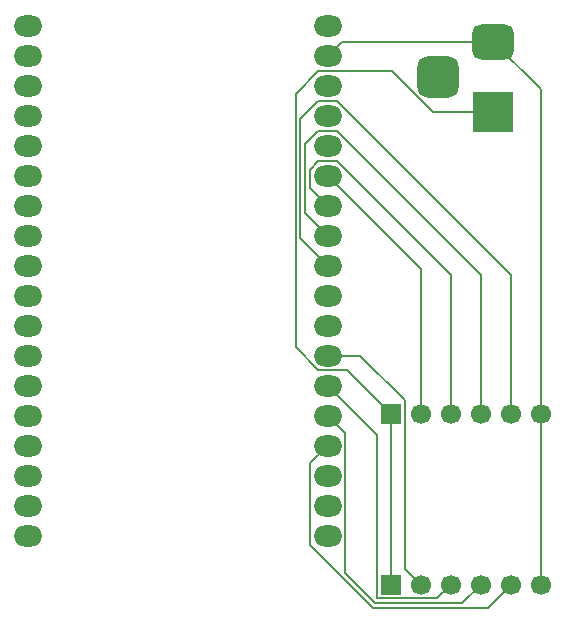
<source format=gbr>
%TF.GenerationSoftware,KiCad,Pcbnew,9.0.2*%
%TF.CreationDate,2025-06-04T23:15:31+05:30*%
%TF.ProjectId,andytrackerPCB,616e6479-7472-4616-936b-65725043422e,rev?*%
%TF.SameCoordinates,Original*%
%TF.FileFunction,Copper,L1,Top*%
%TF.FilePolarity,Positive*%
%FSLAX46Y46*%
G04 Gerber Fmt 4.6, Leading zero omitted, Abs format (unit mm)*
G04 Created by KiCad (PCBNEW 9.0.2) date 2025-06-04 23:15:31*
%MOMM*%
%LPD*%
G01*
G04 APERTURE LIST*
G04 Aperture macros list*
%AMRoundRect*
0 Rectangle with rounded corners*
0 $1 Rounding radius*
0 $2 $3 $4 $5 $6 $7 $8 $9 X,Y pos of 4 corners*
0 Add a 4 corners polygon primitive as box body*
4,1,4,$2,$3,$4,$5,$6,$7,$8,$9,$2,$3,0*
0 Add four circle primitives for the rounded corners*
1,1,$1+$1,$2,$3*
1,1,$1+$1,$4,$5*
1,1,$1+$1,$6,$7*
1,1,$1+$1,$8,$9*
0 Add four rect primitives between the rounded corners*
20,1,$1+$1,$2,$3,$4,$5,0*
20,1,$1+$1,$4,$5,$6,$7,0*
20,1,$1+$1,$6,$7,$8,$9,0*
20,1,$1+$1,$8,$9,$2,$3,0*%
G04 Aperture macros list end*
%TA.AperFunction,ComponentPad*%
%ADD10R,1.700000X1.700000*%
%TD*%
%TA.AperFunction,ComponentPad*%
%ADD11C,1.700000*%
%TD*%
%TA.AperFunction,ComponentPad*%
%ADD12R,3.500000X3.500000*%
%TD*%
%TA.AperFunction,ComponentPad*%
%ADD13RoundRect,0.750000X-1.000000X0.750000X-1.000000X-0.750000X1.000000X-0.750000X1.000000X0.750000X0*%
%TD*%
%TA.AperFunction,ComponentPad*%
%ADD14RoundRect,0.875000X-0.875000X0.875000X-0.875000X-0.875000X0.875000X-0.875000X0.875000X0.875000X0*%
%TD*%
%TA.AperFunction,ComponentPad*%
%ADD15O,2.400000X1.800000*%
%TD*%
%TA.AperFunction,Conductor*%
%ADD16C,0.200000*%
%TD*%
G04 APERTURE END LIST*
D10*
%TO.P,J3,1*%
%TO.N,Net-(A1-VIN)*%
X179840000Y-117500000D03*
D11*
%TO.P,J3,2*%
%TO.N,Net-(A1-ADC1_CH5{slash}D33)*%
X182380000Y-117500000D03*
%TO.P,J3,3*%
%TO.N,Net-(A1-ADC1_CH4{slash}D32)*%
X184920000Y-117500000D03*
%TO.P,J3,4*%
%TO.N,Net-(A1-ADC1_CH7{slash}D35)*%
X187460000Y-117500000D03*
%TO.P,J3,5*%
%TO.N,Net-(A1-ADC1_CH6{slash}D34)*%
X190000000Y-117500000D03*
%TO.P,J3,6*%
%TO.N,Net-(A1-GND)*%
X192540000Y-117500000D03*
%TD*%
D10*
%TO.P,J2,1*%
%TO.N,Net-(A1-VIN)*%
X179880000Y-103000000D03*
D11*
%TO.P,J2,2*%
%TO.N,Net-(A1-ADC2_CH4{slash}D13)*%
X182420000Y-103000000D03*
%TO.P,J2,3*%
%TO.N,Net-(A1-ADC2_CH5{slash}D12)*%
X184960000Y-103000000D03*
%TO.P,J2,4*%
%TO.N,Net-(A1-ADC2_CH6{slash}D14)*%
X187500000Y-103000000D03*
%TO.P,J2,5*%
%TO.N,Net-(A1-ADC2_CH7{slash}D27)*%
X190040000Y-103000000D03*
%TO.P,J2,6*%
%TO.N,Net-(A1-GND)*%
X192580000Y-103000000D03*
%TD*%
D12*
%TO.P,J1,1*%
%TO.N,Net-(A1-VIN)*%
X188542500Y-77500000D03*
D13*
%TO.P,J1,2*%
%TO.N,Net-(A1-GND)*%
X188542500Y-71500000D03*
D14*
%TO.P,J1,3*%
%TO.N,N/C*%
X183842500Y-74500000D03*
%TD*%
D15*
%TO.P,A1,1,3.3V*%
%TO.N,unconnected-(A1-3.3V-Pad1)*%
X149100000Y-70140000D03*
%TO.P,A1,2,CLK/GPIO6*%
%TO.N,unconnected-(A1-CLK{slash}GPIO6-Pad2)*%
X149100000Y-72680000D03*
%TO.P,A1,3,SD0/GPIO7*%
%TO.N,unconnected-(A1-SD0{slash}GPIO7-Pad3)*%
X149100000Y-75220000D03*
%TO.P,A1,4,SD1/GPIO8*%
%TO.N,unconnected-(A1-SD1{slash}GPIO8-Pad4)*%
X149100000Y-77760000D03*
%TO.P,A1,5,D0*%
%TO.N,unconnected-(A1-D0-Pad5)*%
X149100000Y-80300000D03*
%TO.P,A1,6,D15*%
%TO.N,unconnected-(A1-D15-Pad6)*%
X149100000Y-82840000D03*
%TO.P,A1,7,D2*%
%TO.N,unconnected-(A1-D2-Pad7)*%
X149100000Y-85380000D03*
%TO.P,A1,8,D4*%
%TO.N,unconnected-(A1-D4-Pad8)*%
X149100000Y-87920000D03*
%TO.P,A1,9,RX2/GPIO17*%
%TO.N,unconnected-(A1-RX2{slash}GPIO17-Pad9)*%
X149100000Y-90460000D03*
%TO.P,A1,10,TX2/GPIO16*%
%TO.N,unconnected-(A1-TX2{slash}GPIO16-Pad10)*%
X149100000Y-93000000D03*
%TO.P,A1,11,D5*%
%TO.N,unconnected-(A1-D5-Pad11)*%
X149100000Y-95540000D03*
%TO.P,A1,12,D18*%
%TO.N,unconnected-(A1-D18-Pad12)*%
X149100000Y-98080000D03*
%TO.P,A1,13,D19*%
%TO.N,unconnected-(A1-D19-Pad13)*%
X149100000Y-100620000D03*
%TO.P,A1,14,D21/SDA*%
%TO.N,unconnected-(A1-D21{slash}SDA-Pad14)*%
X149100000Y-103160000D03*
%TO.P,A1,15,RX0/GPIO3*%
%TO.N,unconnected-(A1-RX0{slash}GPIO3-Pad15)*%
X149100000Y-105700000D03*
%TO.P,A1,16,TX0/GPIO1*%
%TO.N,unconnected-(A1-TX0{slash}GPIO1-Pad16)*%
X149100000Y-108240000D03*
%TO.P,A1,17,D22/SCL*%
%TO.N,unconnected-(A1-D22{slash}SCL-Pad17)*%
X149100000Y-110780000D03*
%TO.P,A1,18,D23*%
%TO.N,unconnected-(A1-D23-Pad18)*%
X149100000Y-113320000D03*
%TO.P,A1,19,EN*%
%TO.N,unconnected-(A1-EN-Pad19)*%
X174500000Y-113320000D03*
%TO.P,A1,20,GPIO36/ADC1_CH0/VP*%
%TO.N,unconnected-(A1-GPIO36{slash}ADC1_CH0{slash}VP-Pad20)*%
X174500000Y-110780000D03*
%TO.P,A1,21,GPIO39/ADC1_CH3/VN*%
%TO.N,unconnected-(A1-GPIO39{slash}ADC1_CH3{slash}VN-Pad21)*%
X174500000Y-108240000D03*
%TO.P,A1,22,ADC1_CH6/D34*%
%TO.N,Net-(A1-ADC1_CH6{slash}D34)*%
X174500000Y-105700000D03*
%TO.P,A1,23,ADC1_CH7/D35*%
%TO.N,Net-(A1-ADC1_CH7{slash}D35)*%
X174500000Y-103160000D03*
%TO.P,A1,24,ADC1_CH4/D32*%
%TO.N,Net-(A1-ADC1_CH4{slash}D32)*%
X174500000Y-100620000D03*
%TO.P,A1,25,ADC1_CH5/D33*%
%TO.N,Net-(A1-ADC1_CH5{slash}D33)*%
X174500000Y-98080000D03*
%TO.P,A1,26,DAC1/ADC2_CH8/D25*%
%TO.N,unconnected-(A1-DAC1{slash}ADC2_CH8{slash}D25-Pad26)*%
X174500000Y-95540000D03*
%TO.P,A1,27,DAC2/ADC2_CH9/D26*%
%TO.N,unconnected-(A1-DAC2{slash}ADC2_CH9{slash}D26-Pad27)*%
X174500000Y-93000000D03*
%TO.P,A1,28,ADC2_CH7/D27*%
%TO.N,Net-(A1-ADC2_CH7{slash}D27)*%
X174500000Y-90460000D03*
%TO.P,A1,29,ADC2_CH6/D14*%
%TO.N,Net-(A1-ADC2_CH6{slash}D14)*%
X174500000Y-87920000D03*
%TO.P,A1,30,ADC2_CH5/D12*%
%TO.N,Net-(A1-ADC2_CH5{slash}D12)*%
X174500000Y-85380000D03*
%TO.P,A1,31,ADC2_CH4/D13*%
%TO.N,Net-(A1-ADC2_CH4{slash}D13)*%
X174500000Y-82840000D03*
%TO.P,A1,32,GPIO9/SD2*%
%TO.N,unconnected-(A1-GPIO9{slash}SD2-Pad32)*%
X174500000Y-80300000D03*
%TO.P,A1,33,GPIO10/SD3*%
%TO.N,unconnected-(A1-GPIO10{slash}SD3-Pad33)*%
X174500000Y-77760000D03*
%TO.P,A1,34,GPIO11/CMD*%
%TO.N,unconnected-(A1-GPIO11{slash}CMD-Pad34)*%
X174500000Y-75220000D03*
%TO.P,A1,35,GND*%
%TO.N,Net-(A1-GND)*%
X174500000Y-72680000D03*
%TO.P,A1,36,VIN*%
%TO.N,Net-(A1-VIN)*%
X174500000Y-70140000D03*
%TD*%
D16*
%TO.N,Net-(A1-VIN)*%
X176161000Y-99281000D02*
X173702530Y-99281000D01*
X173702530Y-74019000D02*
X179941088Y-74019000D01*
X171796000Y-97374470D02*
X171796000Y-75925530D01*
X179840000Y-103040000D02*
X179880000Y-103000000D01*
X179840000Y-117500000D02*
X179840000Y-103040000D01*
X179880000Y-103000000D02*
X176161000Y-99281000D01*
X183422088Y-77500000D02*
X188542500Y-77500000D01*
X179941088Y-74019000D02*
X183422088Y-77500000D01*
X173702530Y-99281000D02*
X171796000Y-97374470D01*
X171796000Y-75925530D02*
X173702530Y-74019000D01*
%TO.N,Net-(A1-ADC1_CH6{slash}D34)*%
X190000000Y-117500000D02*
X188047000Y-119453000D01*
X172999000Y-107201000D02*
X174500000Y-105700000D01*
X178356800Y-119453000D02*
X172999000Y-114095200D01*
X172999000Y-114095200D02*
X172999000Y-107201000D01*
X188047000Y-119453000D02*
X178356800Y-119453000D01*
%TO.N,Net-(A1-ADC1_CH5{slash}D33)*%
X182380000Y-117500000D02*
X181031000Y-116151000D01*
X177262000Y-98080000D02*
X174500000Y-98080000D01*
X181031000Y-101849000D02*
X177262000Y-98080000D01*
X181031000Y-116151000D02*
X181031000Y-101849000D01*
%TO.N,Net-(A1-ADC2_CH6{slash}D14)*%
X187500000Y-91301530D02*
X175297470Y-79099000D01*
X172598000Y-80203530D02*
X172598000Y-86018000D01*
X173702530Y-79099000D02*
X172598000Y-80203530D01*
X172598000Y-86018000D02*
X174500000Y-87920000D01*
X187500000Y-103000000D02*
X187500000Y-91301530D01*
X175297470Y-79099000D02*
X173702530Y-79099000D01*
%TO.N,Net-(A1-ADC1_CH4{slash}D32)*%
X184920000Y-117500000D02*
X183769000Y-118651000D01*
X178689000Y-118651000D02*
X178689000Y-104809000D01*
X178689000Y-104809000D02*
X174500000Y-100620000D01*
X183769000Y-118651000D02*
X178689000Y-118651000D01*
%TO.N,Net-(A1-ADC2_CH7{slash}D27)*%
X172197000Y-88157000D02*
X174500000Y-90460000D01*
X190040000Y-91301530D02*
X175297470Y-76559000D01*
X172197000Y-78064530D02*
X172197000Y-88157000D01*
X173702530Y-76559000D02*
X172197000Y-78064530D01*
X190040000Y-103000000D02*
X190040000Y-91301530D01*
X175297470Y-76559000D02*
X173702530Y-76559000D01*
%TO.N,Net-(A1-ADC2_CH5{slash}D12)*%
X175297470Y-81639000D02*
X173702530Y-81639000D01*
X172999000Y-83879000D02*
X174500000Y-85380000D01*
X184960000Y-91301530D02*
X175297470Y-81639000D01*
X173702530Y-81639000D02*
X172999000Y-82342530D01*
X184960000Y-103000000D02*
X184960000Y-91301530D01*
X172999000Y-82342530D02*
X172999000Y-83879000D01*
%TO.N,Net-(A1-GND)*%
X174500000Y-72680000D02*
X175680000Y-71500000D01*
X192580000Y-75537500D02*
X188542500Y-71500000D01*
X192540000Y-117500000D02*
X192540000Y-103040000D01*
X192540000Y-103040000D02*
X192580000Y-103000000D01*
X192580000Y-103000000D02*
X192580000Y-75537500D01*
X175680000Y-71500000D02*
X188542500Y-71500000D01*
%TO.N,Net-(A1-ADC2_CH4{slash}D13)*%
X182420000Y-90760000D02*
X174500000Y-82840000D01*
X182420000Y-103000000D02*
X182420000Y-90760000D01*
%TO.N,Net-(A1-ADC1_CH7{slash}D35)*%
X187460000Y-117500000D02*
X185908000Y-119052000D01*
X178522900Y-119052000D02*
X176001000Y-116530100D01*
X176001000Y-104661000D02*
X174500000Y-103160000D01*
X176001000Y-116530100D02*
X176001000Y-104661000D01*
X185908000Y-119052000D02*
X178522900Y-119052000D01*
%TD*%
M02*

</source>
